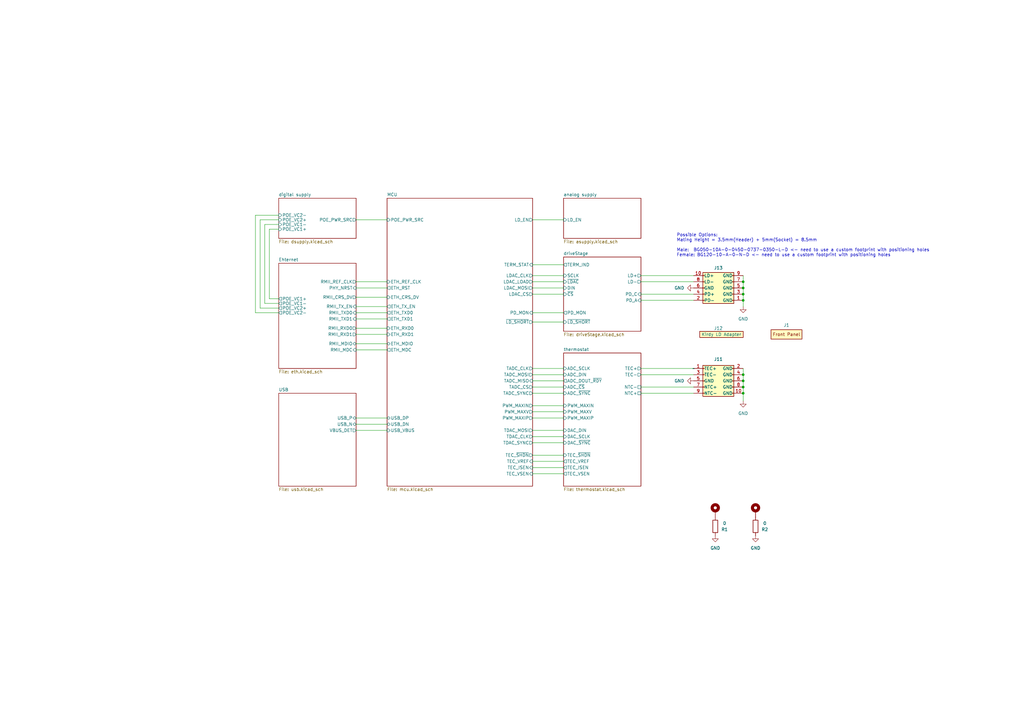
<source format=kicad_sch>
(kicad_sch (version 20230121) (generator eeschema)
  (paper "A3")
  (title_block (title "Kirdy") (date "2023-11-09") (rev "r0_3") (company "M-Labs Limited") (comment 1 "Linus Woo Chun Kit"))
  (lib_symbols
    (symbol "Device:R" (pin_numbers hide) (pin_names (offset 0))
      (property "Reference" "R" (at 2.032 0 90))
      (property "Value" "R" (at 0 0 90))
      (symbol "R_0_1"
        (rectangle (start -1.016 -2.54) (end 1.016 2.54) (stroke (width 0.254)))
      )
      (symbol "R_1_1"
        (pin passive line (at 0 3.81 270) (length 1.27) (name "~") (number "1"))
        (pin passive line (at 0 -3.81 90) (length 1.27) (name "~") (number "2"))
      )
    )
    (symbol "Mechanical:MountingHole_Pad" (pin_numbers hide) (pin_names (offset 1.016) hide)
      (property "Reference" "H" (at 0 6.35 0))
      (property "Value" "MountingHole_Pad" (at 0 4.445 0))
      (symbol "MountingHole_Pad_0_1"
        (circle (center 0 1.27) (radius 1.27) (stroke (width 1.27)))
      )
      (symbol "MountingHole_Pad_1_1"
        (pin input line (at 0 -2.54 90) (length 2.54) (name "1") (number "1"))
      )
    )
    (symbol "kirdy:Kirdy_Adapter_HDR1"
      (property "Reference" "J" (at 5.08 2.54 0))
      (symbol "Kirdy_Adapter_HDR1_1_1"
        (rectangle (start 3.81 -10.033) (end 4.445 -10.287) (stroke (width 0.1524)))
        (rectangle (start 3.81 -7.493) (end 4.445 -7.747) (stroke (width 0.1524)))
        (rectangle (start 3.81 -4.953) (end 4.445 -5.207) (stroke (width 0.1524)))
        (rectangle (start 3.81 -2.413) (end 4.445 -2.667) (stroke (width 0.1524)))
        (rectangle (start 3.81 0.127) (end 4.445 -0.127) (stroke (width 0.1524)))
        (rectangle (start 3.81 1.27) (end 16.51 -11.43) (stroke (width 0.254)) (fill (type background)))
        (rectangle (start 15.875 -10.033) (end 16.51 -10.287) (stroke (width 0.1524)))
        (rectangle (start 15.875 -7.493) (end 16.51 -7.747) (stroke (width 0.1524)))
        (rectangle (start 15.875 -4.953) (end 16.51 -5.207) (stroke (width 0.1524)))
        (rectangle (start 15.875 -2.413) (end 16.51 -2.667) (stroke (width 0.1524)))
        (rectangle (start 15.875 0.127) (end 16.51 -0.127) (stroke (width 0.1524)))
        (pin passive line (at 0 0 0) (length 3.81) (name "TEC+") (number "1"))
        (pin passive line (at 20.32 -10.16 180) (length 3.81) (name "GND") (number "10"))
        (pin passive line (at 20.32 0 180) (length 3.81) (name "GND") (number "2"))
        (pin passive line (at 0 -2.54 0) (length 3.81) (name "TEC-") (number "3"))
        (pin passive line (at 20.32 -2.54 180) (length 3.81) (name "GND") (number "4"))
        (pin passive line (at 0 -5.08 0) (length 3.81) (name "GND") (number "5"))
        (pin passive line (at 20.32 -5.08 180) (length 3.81) (name "GND") (number "6"))
        (pin passive line (at 0 -7.62 0) (length 3.81) (name "NTC+") (number "7"))
        (pin passive line (at 20.32 -7.62 180) (length 3.81) (name "GND") (number "8"))
        (pin passive line (at 0 -10.16 0) (length 3.81) (name "NTC-") (number "9"))
      )
    )
    (symbol "kirdy:Kirdy_Adapter_HDR2"
      (property "Reference" "J" (at 5.08 2.54 0))
      (symbol "Kirdy_Adapter_HDR2_1_1"
        (rectangle (start 3.81 -10.033) (end 4.445 -10.287) (stroke (width 0.1524)))
        (rectangle (start 3.81 -7.493) (end 4.445 -7.747) (stroke (width 0.1524)))
        (rectangle (start 3.81 -4.953) (end 4.445 -5.207) (stroke (width 0.1524)))
        (rectangle (start 3.81 -2.413) (end 4.445 -2.667) (stroke (width 0.1524)))
        (rectangle (start 3.81 0.127) (end 4.445 -0.127) (stroke (width 0.1524)))
        (rectangle (start 3.81 1.27) (end 16.51 -11.43) (stroke (width 0.254)) (fill (type background)))
        (rectangle (start 15.875 -10.033) (end 16.51 -10.287) (stroke (width 0.1524)))
        (rectangle (start 15.875 -7.493) (end 16.51 -7.747) (stroke (width 0.1524)))
        (rectangle (start 15.875 -4.953) (end 16.51 -5.207) (stroke (width 0.1524)))
        (rectangle (start 15.875 -2.413) (end 16.51 -2.667) (stroke (width 0.1524)))
        (rectangle (start 15.875 0.127) (end 16.51 -0.127) (stroke (width 0.1524)))
        (pin passive line (at 0 0 0) (length 3.81) (name "GND") (number "1"))
        (pin passive line (at 20.32 -10.16 180) (length 3.81) (name "LD+") (number "10"))
        (pin passive line (at 20.32 0 180) (length 3.81) (name "PD-") (number "2"))
        (pin passive line (at 0 -2.54 0) (length 3.81) (name "GND") (number "3"))
        (pin passive line (at 20.32 -2.54 180) (length 3.81) (name "PD+") (number "4"))
        (pin passive line (at 0 -5.08 0) (length 3.81) (name "GND") (number "5"))
        (pin passive line (at 20.32 -5.08 180) (length 3.81) (name "GND") (number "6"))
        (pin passive line (at 0 -7.62 0) (length 3.81) (name "GND") (number "7"))
        (pin passive line (at 20.32 -7.62 180) (length 3.81) (name "LD-") (number "8"))
        (pin passive line (at 0 -10.16 0) (length 3.81) (name "GND") (number "9"))
      )
    )
    (symbol "kirdy:Kirdy_LD_Adapter" (pin_names (offset 1.016) hide)
      (property "Reference" "J" (at -6.35 2.54 0))
      (property "Value" "Kirdy_LD_Adapter" (at 1.27 0 0))
      (symbol "Kirdy_LD_Adapter_1_1"
        (rectangle (start -7.62 1.27) (end 10.16 -1.27) (stroke (width 0.254)) (fill (type background)))
      )
    )
    (symbol "kirdy:Panel"
      (property "Reference" "J" (at 0.635 1.27 0))
      (symbol "Panel_1_1"
        (rectangle (start 0 0) (end 12.7 -3.81) (stroke (width 0.254)) (fill (type background)))
        (text "Front Panel" (at 6.35 -1.905 0) (effects (font (size 1.27 1.27))))
      )
    )
    (symbol "power:GND" (power) (pin_names (offset 0))
      (property "Value" "GND" (at 0 -3.81 0))
      (symbol "GND_0_1"
        (polyline (pts (xy 0 0) (xy 0 -1.27) (xy 1.27 -1.27) (xy 0 -2.54) (xy -1.27 -1.27) (xy 0 -1.27)))
      )
      (symbol "GND_1_1"
        (pin power_in line (at 0 0 270) (length 0) hide (name "GND") (number "1"))
      )
    )
  )
  (junction (at 304.8 118.11))
  (junction (at 304.8 153.67))
  (junction (at 304.8 158.75))
  (junction (at 304.8 161.29))
  (junction (at 304.8 120.65))
  (junction (at 304.8 123.19))
  (junction (at 304.8 115.57))
  (junction (at 304.8 156.21))
  (wire (pts (xy 304.8 153.67) (xy 304.8 156.21)))
  (wire (pts (xy 146.05 176.53) (xy 158.75 176.53)))
  (wire (pts (xy 108.585 92.075) (xy 108.585 124.46)))
  (wire (pts (xy 218.44 168.91) (xy 231.14 168.91)))
  (wire (pts (xy 106.68 126.365) (xy 106.68 90.17)))
  (wire (pts (xy 218.44 176.53) (xy 231.14 176.53)))
  (wire (pts (xy 304.8 151.13) (xy 304.8 153.67)))
  (wire (pts (xy 146.05 125.73) (xy 158.75 125.73)))
  (wire (pts (xy 304.8 115.57) (xy 304.8 118.11)))
  (wire (pts (xy 262.89 123.19) (xy 284.48 123.19)))
  (wire (pts (xy 114.3 122.555) (xy 110.49 122.555)))
  (wire (pts (xy 218.44 151.13) (xy 231.14 151.13)))
  (wire (pts (xy 146.05 173.99) (xy 158.75 173.99)))
  (wire (pts (xy 218.44 161.29) (xy 231.14 161.29)))
  (wire (pts (xy 146.05 115.57) (xy 158.75 115.57)))
  (wire (pts (xy 218.44 90.17) (xy 231.14 90.17)))
  (wire (pts (xy 218.44 171.45) (xy 231.14 171.45)))
  (wire (pts (xy 146.05 140.97) (xy 158.75 140.97)))
  (wire (pts (xy 218.44 194.31) (xy 231.14 194.31)))
  (wire (pts (xy 218.44 166.37) (xy 231.14 166.37)))
  (wire (pts (xy 218.44 189.23) (xy 231.14 189.23)))
  (wire (pts (xy 218.44 179.07) (xy 231.14 179.07)))
  (wire (pts (xy 262.89 161.29) (xy 284.48 161.29)))
  (wire (pts (xy 146.05 121.92) (xy 158.75 121.92)))
  (wire (pts (xy 146.05 171.45) (xy 158.75 171.45)))
  (wire (pts (xy 304.8 120.65) (xy 304.8 123.19)))
  (wire (pts (xy 262.89 113.03) (xy 284.48 113.03)))
  (wire (pts (xy 146.05 90.17) (xy 158.75 90.17)))
  (wire (pts (xy 114.3 92.075) (xy 108.585 92.075)))
  (wire (pts (xy 110.49 93.98) (xy 114.3 93.98)))
  (wire (pts (xy 304.8 156.21) (xy 304.8 158.75)))
  (wire (pts (xy 106.68 90.17) (xy 114.3 90.17)))
  (wire (pts (xy 110.49 122.555) (xy 110.49 93.98)))
  (wire (pts (xy 304.8 158.75) (xy 304.8 161.29)))
  (wire (pts (xy 114.3 88.265) (xy 104.775 88.265)))
  (wire (pts (xy 304.8 123.19) (xy 304.8 125.73)))
  (wire (pts (xy 146.05 130.81) (xy 158.75 130.81)))
  (wire (pts (xy 218.44 115.57) (xy 231.14 115.57)))
  (wire (pts (xy 262.89 120.65) (xy 284.48 120.65)))
  (wire (pts (xy 146.05 118.11) (xy 158.75 118.11)))
  (wire (pts (xy 114.3 126.365) (xy 106.68 126.365)))
  (wire (pts (xy 146.05 128.27) (xy 158.75 128.27)))
  (wire (pts (xy 304.8 161.29) (xy 304.8 164.465)))
  (wire (pts (xy 262.89 158.75) (xy 284.48 158.75)))
  (wire (pts (xy 104.775 88.265) (xy 104.775 128.27)))
  (wire (pts (xy 218.44 132.08) (xy 231.14 132.08)))
  (wire (pts (xy 146.05 134.62) (xy 158.75 134.62)))
  (wire (pts (xy 218.44 118.11) (xy 231.14 118.11)))
  (wire (pts (xy 304.8 113.03) (xy 304.8 115.57)))
  (wire (pts (xy 218.44 156.21) (xy 231.14 156.21)))
  (wire (pts (xy 304.8 118.11) (xy 304.8 120.65)))
  (wire (pts (xy 218.44 128.27) (xy 231.14 128.27)))
  (wire (pts (xy 218.44 186.69) (xy 231.14 186.69)))
  (wire (pts (xy 218.44 153.67) (xy 231.14 153.67)))
  (wire (pts (xy 218.44 108.585) (xy 231.14 108.585)))
  (wire (pts (xy 218.44 181.61) (xy 231.14 181.61)))
  (wire (pts (xy 218.44 158.75) (xy 231.14 158.75)))
  (wire (pts (xy 218.44 120.65) (xy 231.14 120.65)))
  (wire (pts (xy 262.89 151.13) (xy 284.48 151.13)))
  (wire (pts (xy 262.89 153.67) (xy 284.48 153.67)))
  (wire (pts (xy 108.585 124.46) (xy 114.3 124.46)))
  (wire (pts (xy 146.05 143.51) (xy 158.75 143.51)))
  (wire (pts (xy 262.89 115.57) (xy 284.48 115.57)))
  (wire (pts (xy 104.775 128.27) (xy 114.3 128.27)))
  (wire (pts (xy 218.44 191.77) (xy 231.14 191.77)))
  (wire (pts (xy 218.44 113.03) (xy 231.14 113.03)))
  (wire (pts (xy 146.05 137.16) (xy 158.75 137.16)))
  (text "Possible Options:\nMating Height = 3.5mm(Header) + 5mm(Socket) = 8.5mm\n\nMale:  BG050-10A-0-0450-0737-0350-L-D <- need to use a custom footprint with positioning holes\nFemale: BG120-10-A-0-N-D <- need to use a custom footprint with positioning holes" (at 277.495 105.41 0) (effects (font (size 1.27 1.27)) (justify left bottom)))
  (symbol (lib_id "power:GND") (at 309.88 219.71 0) (unit 1)
    (property "Reference" "#PWR06" (effects hide))
    (property "Value" "GND" (at 309.88 224.79 0))
  )
  (symbol (lib_id "Device:R") (at 293.37 215.9 180) (unit 1)
    (property "Reference" "R1" (at 297.18 217.17 0))
    (property "Value" "0" (at 297.18 214.63 0))
    (property "Footprint" "Resistor_SMD:R_0603_1608Metric" (effects hide))
    (property "MFR_PN" "RMCF0603ZT0R00" (effects hide))
    (property "MFR_PN_ALT" "CR0603-J/-000ELF" (effects hide))
  )
  (symbol (lib_id "kirdy:Kirdy_LD_Adapter") (at 294.64 137.16 0) (unit 1)
    (property "Reference" "J12" (at 294.64 134.62 0))
    (property "Value" "Kirdy LD Adapter" (at 295.91 137.16 0))
    (property "Footprint" "kirdy:Kirdy_LD_Adapter" (effects hide))
    (property "MFR_PN" "Kirdy_LD_Adapter_PCB" (effects hide))
  )
  (symbol (lib_id "kirdy:Kirdy_Adapter_HDR2") (at 304.8 123.19 180) (unit 1)
    (property "Reference" "J13" (at 294.64 109.855 0))
    (property "Value" "~" (at 304.8 123.19 0))
    (property "Footprint" "kirdy:BG050-10A-0-0450-0737-0350-L-D" (effects hide))
  )
  (symbol (lib_id "kirdy:Panel") (at 316.23 135.255 0) (unit 1)
    (property "Reference" "J1" (at 322.58 133.35 0))
    (property "Value" "Kirdy Front Panel" (effects hide))
    (property "Footprint" "kirdy:Panel" (effects hide))
    (property "MFR_PN" "Kirdy Front Panel" (effects hide))
  )
  (symbol (lib_id "power:GND") (at 304.8 125.73 0) (unit 1)
    (property "Reference" "#PWR05" (effects hide))
    (property "Value" "GND" (at 304.8 130.81 0))
  )
  (symbol (lib_id "power:GND") (at 284.48 118.11 270) (unit 1)
    (property "Reference" "#PWR04" (effects hide))
    (property "Value" "GND" (at 280.67 118.11 90) (effects (justify right)))
  )
  (symbol (lib_id "Mechanical:MountingHole_Pad") (at 293.37 209.55 0) (unit 1) (in_bom no)
    (property "Reference" "H1" (effects hide))
    (property "Value" "MountingHole_Pad" (effects hide))
    (property "Footprint" "MountingHole:MountingHole_2.7mm_M2.5_Pad_Via" (effects hide))
  )
  (symbol (lib_id "Mechanical:MountingHole_Pad") (at 309.88 209.55 0) (unit 1) (in_bom no)
    (property "Reference" "H2" (effects hide))
    (property "Value" "MountingHole_Pad" (effects hide))
    (property "Footprint" "MountingHole:MountingHole_2.7mm_M2.5_Pad_Via" (effects hide))
  )
  (symbol (lib_id "power:GND") (at 293.37 219.71 0) (unit 1)
    (property "Reference" "#PWR03" (effects hide))
    (property "Value" "GND" (at 293.37 224.79 0))
  )
  (symbol (lib_id "power:GND") (at 284.48 156.21 270) (unit 1)
    (property "Reference" "#PWR02" (effects hide))
    (property "Value" "GND" (at 280.67 156.21 90) (effects (justify right)))
  )
  (symbol (lib_id "kirdy:Kirdy_Adapter_HDR1") (at 284.48 151.13 0) (unit 1)
    (property "Reference" "J11" (at 294.64 147.32 0))
    (property "Value" "~" (at 284.48 151.13 0))
    (property "Footprint" "kirdy:BG050-10A-0-0450-0737-0350-L-D" (effects hide))
  )
  (symbol (lib_id "power:GND") (at 304.8 164.465 0) (unit 1)
    (property "Reference" "#PWR01" (effects hide))
    (property "Value" "GND" (at 304.8 169.545 0))
  )
  (symbol (lib_id "Device:R") (at 309.88 215.9 180) (unit 1)
    (property "Reference" "R2" (at 313.69 217.17 0))
    (property "Value" "0" (at 313.69 214.63 0))
    (property "Footprint" "Resistor_SMD:R_0603_1608Metric" (effects hide))
    (property "MFR_PN" "RMCF0603ZT0R00" (effects hide))
    (property "MFR_PN_ALT" "CR0603-J/-000ELF" (effects hide))
  )
  (sheet (at 114.3 107.95) (size 31.75 43.18) (stroke (width 0.1524))
    (property "Sheetname" "Ehternet" (at 114.3 107.2384 0) (effects (justify left bottom)))
    (property "Sheetfile" "eth.kicad_sch" (at 114.3 151.7146 0) (effects (justify left top)))
    (pin "RMII_MDIO" bidirectional (at 146.05 140.97 0))
    (pin "PHY_NRST" input (at 146.05 118.11 0))
    (pin "RMII_MDC" input (at 146.05 143.51 0))
    (pin "RMII_CRS_DV" output (at 146.05 121.92 0))
    (pin "RMII_TX_EN" input (at 146.05 125.73 0))
    (pin "RMII_TXD0" input (at 146.05 128.27 0))
    (pin "RMII_TXD1" input (at 146.05 130.81 0))
    (pin "RMII_RXD0" output (at 146.05 134.62 0))
    (pin "RMII_RXD1" output (at 146.05 137.16 0))
    (pin "RMII_REF_CLK" output (at 146.05 115.57 0))
    (pin "POE_VC1+" output (at 114.3 122.555 180))
    (pin "POE_VC1-" output (at 114.3 124.46 180))
    (pin "POE_VC2+" output (at 114.3 126.365 180))
    (pin "POE_VC2-" output (at 114.3 128.27 180))
  )
  (sheet (at 114.3 161.29) (size 31.75 38.1) (stroke (width 0.1524))
    (property "Sheetname" "USB" (at 114.3 160.5784 0) (effects (justify left bottom)))
    (property "Sheetfile" "usb.kicad_sch" (at 114.3 199.9746 0) (effects (justify left top)))
    (pin "USB_N" bidirectional (at 146.05 173.99 0))
    (pin "USB_P" bidirectional (at 146.05 171.45 0))
    (pin "VBUS_DET" output (at 146.05 176.53 0))
  )
  (sheet (at 231.14 105.41) (size 31.75 30.48) (stroke (width 0.1524))
    (property "Sheetname" "driveStage" (at 231.14 104.6984 0) (effects (justify left bottom)))
    (property "Sheetfile" "driveStage.kicad_sch" (at 231.14 136.4746 0) (effects (justify left top)))
    (pin "LD-" output (at 262.89 115.57 0))
    (pin "LD+" output (at 262.89 113.03 0))
    (pin "SCLK" input (at 231.14 113.03 180))
    (pin "DIN" input (at 231.14 118.11 180))
    (pin "~{LDAC}" input (at 231.14 115.57 180))
    (pin "~{CS}" input (at 231.14 120.65 180))
    (pin "PD_A" input (at 262.89 123.19 0))
    (pin "PD_C" input (at 262.89 120.65 0))
    (pin "PD_MON" output (at 231.14 128.27 180))
    (pin "~{LD_SHORT}" input (at 231.14 132.08 180))
    (pin "TERM_IND" output (at 231.14 108.585 180))
  )
  (sheet (at 114.3 81.28) (size 31.75 16.51) (stroke (width 0.1524))
    (property "Sheetname" "digital supply" (at 114.3 80.5684 0) (effects (justify left bottom)))
    (property "Sheetfile" "dsupply.kicad_sch" (at 114.3 98.3746 0) (effects (justify left top)))
    (pin "POE_PWR_SRC" output (at 146.05 90.17 0))
    (pin "POE_VC1-" input (at 114.3 92.075 180))
    (pin "POE_VC2-" input (at 114.3 88.265 180))
    (pin "POE_VC1+" input (at 114.3 93.98 180))
    (pin "POE_VC2+" input (at 114.3 90.17 180))
  )
  (sheet (at 231.14 144.78) (size 31.75 54.61) (stroke (width 0.1524))
    (property "Sheetname" "thermostat" (at 231.14 144.0684 0) (effects (justify left bottom)))
    (property "Sheetfile" "thermostat.kicad_sch" (at 231.14 199.9746 0) (effects (justify left top)))
    (pin "TEC-" output (at 262.89 153.67 0))
    (pin "TEC+" output (at 262.89 151.13 0))
    (pin "NTC-" passive (at 262.89 158.75 0))
    (pin "NTC+" passive (at 262.89 161.29 0))
    (pin "DAC_~{SYNC}" input (at 231.14 181.61 180))
    (pin "DAC_SCLK" input (at 231.14 179.07 180))
    (pin "DAC_DIN" input (at 231.14 176.53 180))
    (pin "PWM_MAXV" input (at 231.14 168.91 180))
    (pin "ADC_SCLK" input (at 231.14 151.13 180))
    (pin "ADC_DIN" input (at 231.14 153.67 180))
    (pin "ADC_DOUT_~{RDY}" output (at 231.14 156.21 180))
    (pin "ADC_~{CS}" input (at 231.14 158.75 180))
    (pin "ADC_~{SYNC}" input (at 231.14 161.29 180))
    (pin "PWM_MAXIN" input (at 231.14 166.37 180))
    (pin "PWM_MAXIP" input (at 231.14 171.45 180))
    (pin "TEC_~{SHDN}" input (at 231.14 186.69 180))
    (pin "TEC_ISEN" output (at 231.14 191.77 180))
    (pin "TEC_VREF" output (at 231.14 189.23 180))
    (pin "TEC_VSEN" output (at 231.14 194.31 180))
  )
  (sheet (at 231.14 81.28) (size 31.75 16.51) (stroke (width 0.1524))
    (property "Sheetname" "analog supply" (at 231.14 80.5684 0) (effects (justify left bottom)))
    (property "Sheetfile" "asupply.kicad_sch" (at 231.14 98.3746 0) (effects (justify left top)))
    (pin "LD_EN" input (at 231.14 90.17 180))
  )
  (sheet (at 158.75 81.28) (size 59.69 118.11) (stroke (width 0.1524))
    (property "Sheetname" "MCU" (at 158.75 80.5684 0) (effects (justify left bottom)))
    (property "Sheetfile" "mcu.kicad_sch" (at 158.75 199.9746 0) (effects (justify left top)))
    (pin "ETH_RST" output (at 158.75 118.11 180))
    (pin "ETH_MDIO" bidirectional (at 158.75 140.97 180))
    (pin "PD_MON" input (at 218.44 128.27 0))
    (pin "TEC_~{SHDN}" output (at 218.44 186.69 0))
    (pin "TEC_VREF" input (at 218.44 189.23 0))
    (pin "ETH_CRS_DV" input (at 158.75 121.92 180))
    (pin "USB_VBUS" input (at 158.75 176.53 180))
    (pin "TEC_ISEN" input (at 218.44 191.77 0))
    (pin "TEC_VSEN" input (at 218.44 194.31 0))
    (pin "USB_DP" bidirectional (at 158.75 171.45 180))
    (pin "USB_DN" bidirectional (at 158.75 173.99 180))
    (pin "TADC_CS" output (at 218.44 158.75 0))
    (pin "LDAC_CLK" output (at 218.44 113.03 0))
    (pin "ETH_TX_EN" output (at 158.75 125.73 180))
    (pin "ETH_TXD0" output (at 158.75 128.27 180))
    (pin "ETH_TXD1" output (at 158.75 130.81 180))
    (pin "LDAC_LOAD" output (at 218.44 115.57 0))
    (pin "POE_PWR_SRC" input (at 158.75 90.17 180))
    (pin "ETH_RXD0" input (at 158.75 134.62 180))
    (pin "ETH_RXD1" input (at 158.75 137.16 180))
    (pin "LDAC_MOSI" output (at 218.44 118.11 0))
    (pin "TADC_MOSI" output (at 218.44 153.67 0))
    (pin "TADC_MISO" input (at 218.44 156.21 0))
    (pin "PWM_MAXIP" output (at 218.44 171.45 0))
    (pin "ETH_MDC" output (at 158.75 143.51 180))
    (pin "LDAC_CS" output (at 218.44 120.65 0))
    (pin "TADC_SYNC" output (at 218.44 161.29 0))
    (pin "TDAC_CLK" output (at 218.44 179.07 0))
    (pin "TDAC_SYNC" output (at 218.44 181.61 0))
    (pin "TDAC_MOSI" output (at 218.44 176.53 0))
    (pin "PWM_MAXIN" output (at 218.44 166.37 0))
    (pin "PWM_MAXV" output (at 218.44 168.91 0))
    (pin "TADC_CLK" output (at 218.44 151.13 0))
    (pin "ETH_REF_CLK" input (at 158.75 115.57 180))
    (pin "LD_EN" output (at 218.44 90.17 0))
    (pin "~{LD_SHORT}" output (at 218.44 132.08 0))
    (pin "TERM_STAT" input (at 218.44 108.585 0))
  )
)
</source>
